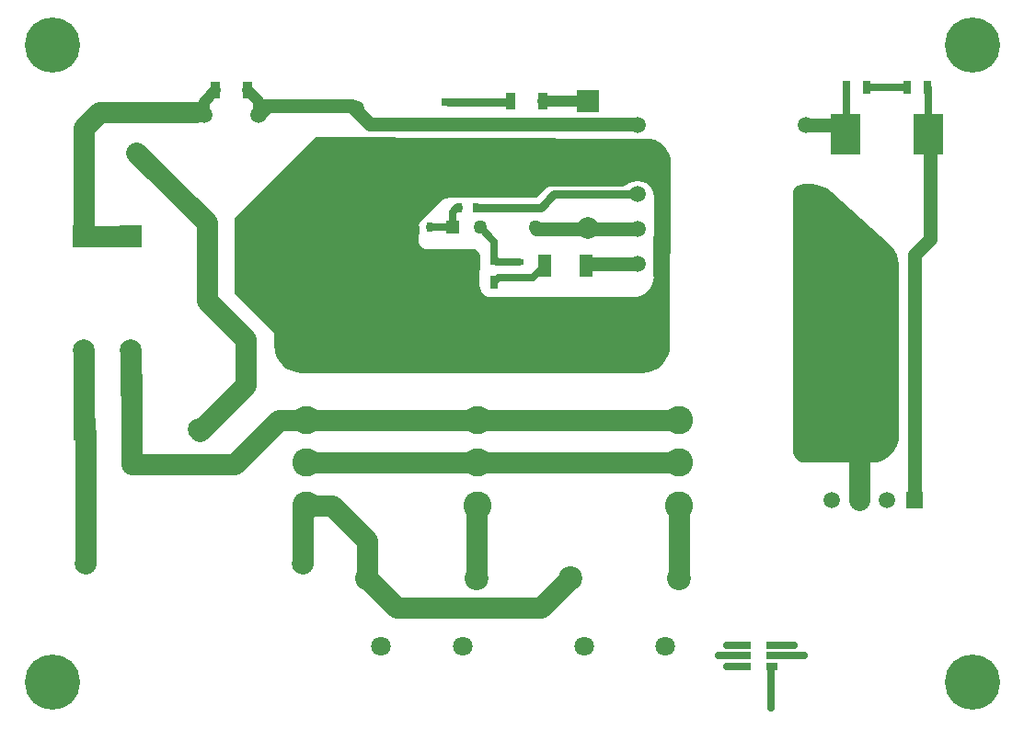
<source format=gbl>
%FSLAX25Y25*%
%MOIN*%
G70*
G01*
G75*
G04 Layer_Physical_Order=2*
G04 Layer_Color=16711680*
%ADD10C,0.02500*%
%ADD11C,0.10236*%
%ADD12R,0.07874X0.07874*%
%ADD13C,0.07874*%
%ADD14C,0.08661*%
%ADD15C,0.07087*%
%ADD16C,0.04724*%
%ADD17C,0.20000*%
%ADD18C,0.05906*%
%ADD19R,0.05906X0.05906*%
%ADD20R,0.07874X0.07874*%
%ADD21R,0.05000X0.05000*%
%ADD22C,0.05000*%
%ADD23C,0.02500*%
%ADD24R,0.04921X0.07874*%
%ADD25R,0.02756X0.05118*%
%ADD26R,0.04331X0.02559*%
%ADD27R,0.03543X0.06299*%
%ADD28R,0.03543X0.02362*%
%ADD29R,0.02362X0.03543*%
%ADD30R,0.05118X0.02756*%
%ADD31R,0.11000X0.15000*%
%ADD32C,0.03000*%
%ADD33C,0.05000*%
%ADD34C,0.07500*%
%ADD35C,0.04000*%
G36*
X4338423Y1944521D02*
D01*
X4338000Y1944500D01*
X4338423D01*
X4338423Y1944500D01*
Y1944500D01*
X4343419D01*
Y1944500D01*
X4343420Y1944500D01*
X4343420Y1944500D01*
X4345097Y1943991D01*
X4346660Y1943155D01*
X4348031Y1942031D01*
X4349155Y1940660D01*
X4349991Y1939097D01*
X4350506Y1937400D01*
X4350675Y1935679D01*
X4350636Y1935636D01*
X4350636D01*
X4350636Y1935636D01*
X4350477Y1869571D01*
X4350284Y1867611D01*
X4349712Y1865726D01*
X4348784Y1863988D01*
X4347534Y1862466D01*
X4346011Y1861216D01*
X4344274Y1860288D01*
X4342389Y1859716D01*
X4340477Y1859527D01*
X4340429Y1859571D01*
Y1859571D01*
X4217071Y1859523D01*
X4215111Y1859716D01*
X4213226Y1860288D01*
X4211488Y1861216D01*
X4209966Y1862466D01*
X4208716Y1863988D01*
X4207788Y1865726D01*
X4207216Y1867611D01*
X4207027Y1869523D01*
X4207071Y1869571D01*
X4207071D01*
X4207000Y1874000D01*
X4192500Y1888500D01*
Y1915500D01*
X4222000Y1945000D01*
X4338423Y1944521D01*
D02*
G37*
G36*
X4403818Y1927855D02*
X4405703Y1927283D01*
X4407441Y1926355D01*
X4408963Y1925105D01*
X4430332Y1905744D01*
X4430332Y1905744D01*
X4430332Y1905744D01*
X4430397Y1905741D01*
X4431616Y1904256D01*
X4432545Y1902518D01*
X4433117Y1900633D01*
X4433310Y1898673D01*
X4433429Y1837071D01*
X4433429Y1837071D01*
X4433429D01*
X4433472Y1837023D01*
X4433284Y1835111D01*
X4432713Y1833226D01*
X4431784Y1831488D01*
X4430534Y1829966D01*
X4429012Y1828716D01*
X4427274Y1827788D01*
X4425389Y1827216D01*
X4423429Y1827023D01*
X4399500Y1827000D01*
X4399500Y1827000D01*
Y1827000D01*
X4399461Y1826966D01*
X4398325Y1827116D01*
X4397231Y1827569D01*
X4396291Y1828291D01*
X4395569Y1829231D01*
X4395116Y1830325D01*
X4394961Y1831500D01*
X4395000Y1924500D01*
X4395000D01*
X4394974Y1924530D01*
X4395090Y1925414D01*
X4395443Y1926265D01*
X4396004Y1926996D01*
X4396735Y1927557D01*
X4397586Y1927910D01*
X4398500Y1928030D01*
X4401858Y1928000D01*
Y1928000D01*
X4401906Y1928044D01*
X4403818Y1927855D01*
D02*
G37*
%LPC*%
G36*
X4339000Y1929095D02*
X4338953Y1929050D01*
X4338443Y1929081D01*
X4337073Y1928946D01*
X4335755Y1928547D01*
X4334541Y1927897D01*
X4333476Y1927024D01*
Y1927024D01*
X4333466Y1927000D01*
X4306707Y1927033D01*
X4306041Y1926901D01*
X4305476Y1926524D01*
X4305500Y1926500D01*
X4302740Y1923674D01*
X4301942Y1923140D01*
X4301046Y1922962D01*
X4301000Y1923000D01*
Y1923000D01*
X4301000Y1923000D01*
X4270621Y1923044D01*
X4269284Y1922868D01*
X4268039Y1922352D01*
X4266969Y1921531D01*
Y1921531D01*
X4266969Y1921469D01*
X4260174Y1914741D01*
X4259640Y1913942D01*
X4259453Y1913000D01*
X4259453D01*
X4259500Y1912953D01*
X4259453Y1906914D01*
X4259640Y1905972D01*
X4260174Y1905174D01*
X4260972Y1904640D01*
X4261914Y1904453D01*
Y1904500D01*
X4279000Y1904549D01*
X4279976Y1904355D01*
X4280803Y1903802D01*
X4281355Y1902975D01*
X4281540Y1902048D01*
X4281500Y1902000D01*
X4281500D01*
X4281500Y1902000D01*
X4281461Y1891500D01*
X4281616Y1890325D01*
X4282069Y1889231D01*
X4282791Y1888291D01*
X4283731Y1887569D01*
X4284825Y1887116D01*
X4286000Y1886961D01*
Y1886961D01*
X4286039Y1887000D01*
X4336906Y1886963D01*
X4338390Y1887110D01*
X4339817Y1887543D01*
X4341133Y1888246D01*
X4342286Y1889192D01*
X4343232Y1890344D01*
X4343935Y1891660D01*
X4344368Y1893087D01*
X4344514Y1894571D01*
X4344514D01*
X4344477Y1894608D01*
X4344525Y1923570D01*
X4344336Y1925000D01*
X4343784Y1926332D01*
X4342907Y1927477D01*
X4341762Y1928355D01*
X4340430Y1928906D01*
X4339000Y1929095D01*
Y1929095D01*
D02*
G37*
%LPD*%
D10*
X4273047Y1919500D02*
X4274047D01*
X4387000Y1738000D02*
Y1753035D01*
X4371000Y1760750D02*
X4371010Y1760740D01*
X4377776D01*
X4387225Y1757000D02*
X4399000D01*
X4368000D02*
X4377776D01*
X4371000Y1753260D02*
X4377776D01*
X4387225Y1760740D02*
X4395240D01*
X4421740Y1963000D02*
X4436260D01*
X4444000Y1946000D02*
Y1962740D01*
X4414260Y1946260D02*
Y1963000D01*
X4286740Y1892500D02*
X4288287Y1894047D01*
X4295500D01*
X4287787Y1899953D02*
X4295500D01*
X4286740Y1901000D02*
X4287787Y1899953D01*
X4263453Y1912500D02*
X4271500D01*
Y1917953D01*
X4273047Y1919500D01*
X4286740Y1901000D02*
Y1907260D01*
X4281500Y1912500D02*
X4286740Y1907260D01*
X4295500Y1894047D02*
X4300665D01*
X4305118Y1898500D01*
D11*
X4218500Y1827000D02*
D03*
Y1811409D02*
D03*
Y1842591D02*
D03*
X4280500Y1827000D02*
D03*
Y1811409D02*
D03*
Y1842591D02*
D03*
X4353500Y1827000D02*
D03*
Y1811409D02*
D03*
Y1842591D02*
D03*
D12*
X4320500Y1958000D02*
D03*
X4155000Y1909091D02*
D03*
X4138000D02*
D03*
D13*
X4320500Y1912000D02*
D03*
X4138630Y1790500D02*
D03*
X4217370D02*
D03*
X4179591Y1839000D02*
D03*
X4196590Y1855000D02*
D03*
X4155000Y1867909D02*
D03*
X4138000D02*
D03*
D14*
X4280185Y1785106D02*
D03*
X4240815D02*
D03*
X4314315D02*
D03*
X4353685D02*
D03*
D15*
X4275264Y1760500D02*
D03*
X4245736D02*
D03*
X4319236D02*
D03*
X4348764D02*
D03*
D16*
X4438890Y1902500D02*
D03*
X4425110D02*
D03*
Y1867000D02*
D03*
X4438890D02*
D03*
D17*
X4460000Y1978500D02*
D03*
X4126500D02*
D03*
Y1747500D02*
D03*
X4460000D02*
D03*
D18*
X4408890Y1813500D02*
D03*
X4418890D02*
D03*
X4428890D02*
D03*
X4143040Y1953460D02*
D03*
X4156960Y1939540D02*
D03*
X4201185Y1953000D02*
D03*
X4181500D02*
D03*
X4202185Y1914000D02*
D03*
X4182500D02*
D03*
X4236500Y1955343D02*
D03*
Y1935657D02*
D03*
X4399524Y1924303D02*
D03*
Y1949500D02*
D03*
X4338500Y1899106D02*
D03*
Y1911705D02*
D03*
Y1924303D02*
D03*
Y1936902D02*
D03*
Y1949500D02*
D03*
D19*
X4438890Y1813500D02*
D03*
D20*
X4138409Y1839000D02*
D03*
X4155409Y1855000D02*
D03*
D21*
X4271500Y1912500D02*
D03*
D22*
X4281500D02*
D03*
X4301500D02*
D03*
X4271500Y1942500D02*
D03*
X4281500D02*
D03*
X4291500D02*
D03*
X4301500D02*
D03*
D23*
X4387000Y1738000D02*
D03*
X4371000Y1760740D02*
D03*
X4399000Y1757000D02*
D03*
X4395240Y1760740D02*
D03*
X4371000Y1753260D02*
D03*
X4368000Y1757000D02*
D03*
D24*
X4305118Y1898500D02*
D03*
X4319882D02*
D03*
D25*
X4421740Y1963000D02*
D03*
X4414260D02*
D03*
X4443740D02*
D03*
X4436260D02*
D03*
X4286740Y1892500D02*
D03*
X4279260D02*
D03*
X4286740Y1901000D02*
D03*
X4279260D02*
D03*
X4438740Y1857000D02*
D03*
X4431260D02*
D03*
D26*
X4377776Y1753260D02*
D03*
Y1757000D02*
D03*
Y1760740D02*
D03*
X4387225D02*
D03*
Y1757000D02*
D03*
Y1753260D02*
D03*
D27*
X4185791Y1962000D02*
D03*
X4197209D02*
D03*
X4183291Y1904500D02*
D03*
X4194709D02*
D03*
X4304209Y1958000D02*
D03*
X4292791D02*
D03*
D28*
X4295500Y1894047D02*
D03*
Y1899953D02*
D03*
D29*
X4263453Y1912500D02*
D03*
X4257547D02*
D03*
X4279953Y1919500D02*
D03*
X4274047D02*
D03*
D30*
X4281500Y1950260D02*
D03*
Y1957740D02*
D03*
X4270000D02*
D03*
Y1950260D02*
D03*
D31*
X4444000Y1946000D02*
D03*
X4414000D02*
D03*
D32*
X4308303Y1924303D02*
X4338500D01*
X4303500Y1919500D02*
X4308303Y1924303D01*
X4280953Y1919500D02*
X4303500D01*
X4270000Y1957740D02*
X4292551D01*
D33*
X4235000Y1956343D02*
X4241583Y1949760D01*
X4201528Y1956343D02*
X4235000D01*
X4302090Y1911909D02*
X4320500D01*
X4241583Y1949760D02*
X4338500D01*
X4444500Y1908110D02*
Y1946000D01*
X4410500Y1949500D02*
X4414000Y1946000D01*
X4399524Y1949500D02*
X4410500D01*
X4320705Y1911705D02*
X4338500D01*
X4320488Y1899106D02*
X4338500D01*
X4301500Y1912500D02*
X4302090Y1911909D01*
X4438890Y1813500D02*
Y1902500D01*
X4444500Y1908110D01*
X4201185Y1953000D02*
X4204528Y1956343D01*
D34*
X4280500Y1827000D02*
X4353500D01*
X4208500Y1842500D02*
X4218500D01*
X4280500Y1842591D02*
X4353500D01*
X4218500D02*
X4280500D01*
X4192576Y1826576D02*
X4208500Y1842500D01*
X4217370Y1811500D02*
X4228000D01*
X4217370Y1790500D02*
Y1811500D01*
X4228000D02*
X4240815Y1798685D01*
Y1785106D02*
Y1798685D01*
X4353500Y1812500D02*
X4353685Y1785106D01*
X4280185D02*
Y1812185D01*
X4303709Y1774500D02*
X4314315Y1785106D01*
X4251421Y1774500D02*
X4303709D01*
X4240815Y1785106D02*
X4251421Y1774500D01*
X4418890Y1813500D02*
Y1836000D01*
X4155424Y1826576D02*
X4192576D01*
X4155409Y1826591D02*
X4155424Y1826576D01*
X4218500Y1827000D02*
X4279500D01*
X4155409Y1826591D02*
Y1855000D01*
X4180091Y1838500D02*
X4196590Y1855000D01*
X4182792Y1885709D02*
Y1904500D01*
Y1914000D01*
X4138000Y1948419D02*
X4143540Y1953960D01*
X4138500Y1790500D02*
Y1838091D01*
X4143540Y1953960D02*
X4178500D01*
X4138000Y1909091D02*
Y1948419D01*
X4156960Y1939540D02*
X4182500Y1914000D01*
X4182792Y1885709D02*
X4196590Y1871909D01*
X4138000Y1841409D02*
Y1867909D01*
Y1909091D02*
X4155000D01*
Y1855409D02*
Y1867909D01*
X4196590Y1855000D02*
Y1871909D01*
D35*
X4304209Y1958000D02*
X4320500D01*
X4181500Y1957709D02*
X4185791Y1962000D01*
X4181500Y1953000D02*
Y1957709D01*
X4201185Y1953000D02*
Y1958024D01*
X4197209Y1962000D02*
X4201185Y1958024D01*
M02*

</source>
